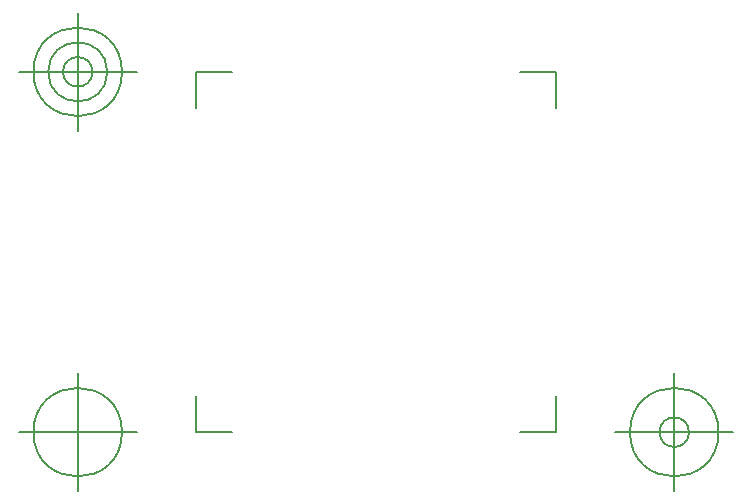
<source format=gbr>
G04 Generated by Ultiboard 14.3 *
%FSLAX34Y34*%
%MOMM*%

%ADD10C,0.0001*%
%ADD11C,0.1270*%


G04 ColorRGB 00FF00 for the following layer *
%LN3D-Info Bottom*%
%LPD*%
G54D10*
G54D11*
X-35560Y-15520D02*
X-35560Y14988D01*
X-35560Y-15520D02*
X-5052Y-15520D01*
X269520Y-15520D02*
X239012Y-15520D01*
X269520Y-15520D02*
X269520Y14988D01*
X269520Y289560D02*
X269520Y259052D01*
X269520Y289560D02*
X239012Y289560D01*
X-35560Y289560D02*
X-5052Y289560D01*
X-35560Y289560D02*
X-35560Y259052D01*
X-85560Y-15520D02*
X-185560Y-15520D01*
X-135560Y-65520D02*
X-135560Y34480D01*
X-173060Y-15520D02*
G75*
D01*
G02X-173060Y-15520I37500J0*
G01*
X319520Y-15520D02*
X419520Y-15520D01*
X369520Y-65520D02*
X369520Y34480D01*
X332020Y-15520D02*
G75*
D01*
G02X332020Y-15520I37500J0*
G01*
X357020Y-15520D02*
G75*
D01*
G02X357020Y-15520I12500J0*
G01*
X-85560Y289560D02*
X-185560Y289560D01*
X-135560Y239560D02*
X-135560Y339560D01*
X-173060Y289560D02*
G75*
D01*
G02X-173060Y289560I37500J0*
G01*
X-160560Y289560D02*
G75*
D01*
G02X-160560Y289560I25000J0*
G01*
X-148060Y289560D02*
G75*
D01*
G02X-148060Y289560I12500J0*
G01*

M02*

</source>
